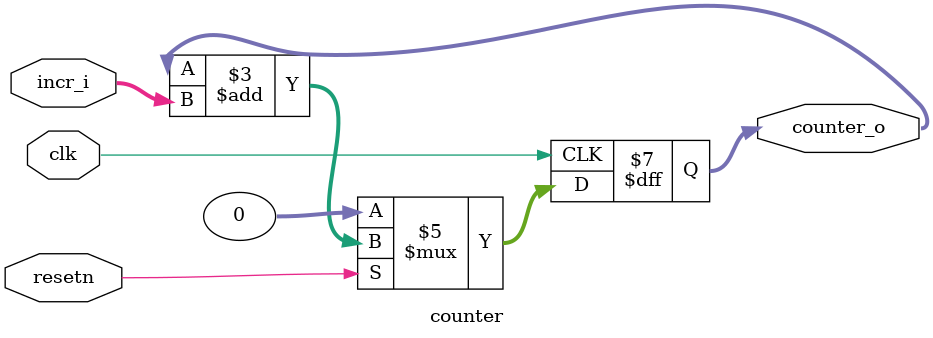
<source format=v>
module counter (
    input clk,
    input resetn,
    input [31 : 0] incr_i,
    output reg [31 : 0] counter_o
);

    always @(posedge clk) begin
        if(resetn == 0) begin
            counter_o <= 0;
        end else begin
            counter_o <= counter_o + incr_i;
        end
    end

endmodule
</source>
